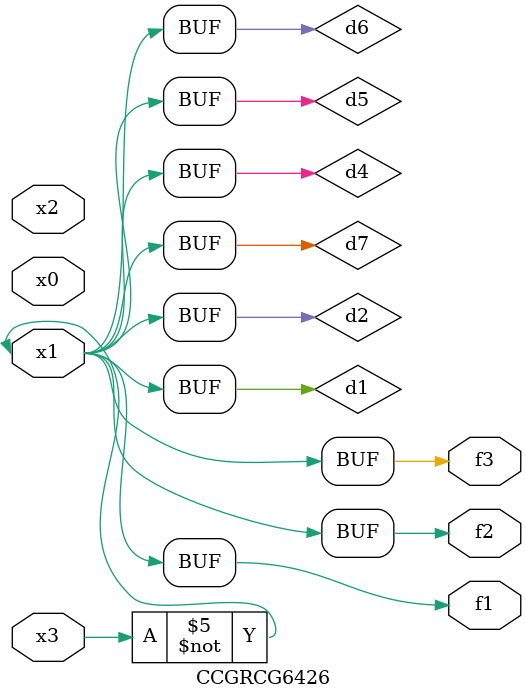
<source format=v>
module CCGRCG6426(
	input x0, x1, x2, x3,
	output f1, f2, f3
);

	wire d1, d2, d3, d4, d5, d6, d7;

	not (d1, x3);
	buf (d2, x1);
	xnor (d3, d1, d2);
	nor (d4, d1);
	buf (d5, d1, d2);
	buf (d6, d4, d5);
	nand (d7, d4);
	assign f1 = d6;
	assign f2 = d7;
	assign f3 = d6;
endmodule

</source>
